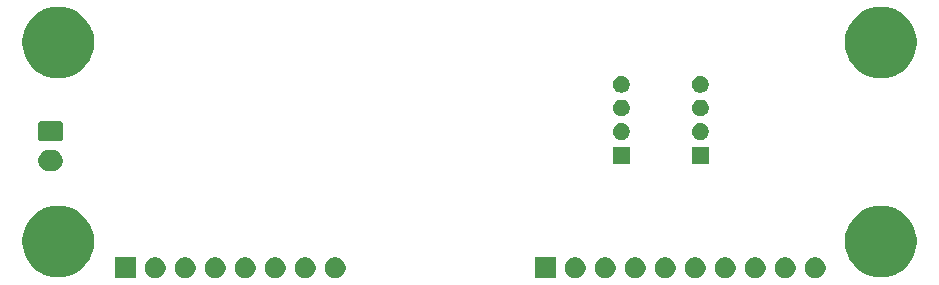
<source format=gbs>
%TF.GenerationSoftware,KiCad,Pcbnew,9.0.2*%
%TF.CreationDate,2025-07-06T18:25:15+02:00*%
%TF.ProjectId,Meshimi,4d657368-696d-4692-9e6b-696361645f70,v1.0*%
%TF.SameCoordinates,Original*%
%TF.FileFunction,Soldermask,Bot*%
%TF.FilePolarity,Negative*%
%FSLAX46Y46*%
G04 Gerber Fmt 4.6, Leading zero omitted, Abs format (unit mm)*
G04 Created by KiCad (PCBNEW 9.0.2) date 2025-07-06 18:25:15*
%MOMM*%
%LPD*%
G01*
G04 APERTURE LIST*
G04 APERTURE END LIST*
G36*
X112484542Y-111939893D02*
G01*
X112496870Y-111948130D01*
X112505107Y-111960458D01*
X112508000Y-111975000D01*
X112508000Y-113675000D01*
X112505107Y-113689542D01*
X112496870Y-113701870D01*
X112484542Y-113710107D01*
X112470000Y-113713000D01*
X110770000Y-113713000D01*
X110755458Y-113710107D01*
X110743130Y-113701870D01*
X110734893Y-113689542D01*
X110732000Y-113675000D01*
X110732000Y-111975000D01*
X110734893Y-111960458D01*
X110743130Y-111948130D01*
X110755458Y-111939893D01*
X110770000Y-111937000D01*
X112470000Y-111937000D01*
X112484542Y-111939893D01*
G37*
G36*
X148044542Y-111939893D02*
G01*
X148056870Y-111948130D01*
X148065107Y-111960458D01*
X148068000Y-111975000D01*
X148068000Y-113675000D01*
X148065107Y-113689542D01*
X148056870Y-113701870D01*
X148044542Y-113710107D01*
X148030000Y-113713000D01*
X146330000Y-113713000D01*
X146315458Y-113710107D01*
X146303130Y-113701870D01*
X146294893Y-113689542D01*
X146292000Y-113675000D01*
X146292000Y-111975000D01*
X146294893Y-111960458D01*
X146303130Y-111948130D01*
X146315458Y-111939893D01*
X146330000Y-111937000D01*
X148030000Y-111937000D01*
X148044542Y-111939893D01*
G37*
G36*
X114417773Y-111975237D02*
G01*
X114578600Y-112041854D01*
X114723341Y-112138567D01*
X114846433Y-112261659D01*
X114943146Y-112406400D01*
X115009763Y-112567227D01*
X115043724Y-112737961D01*
X115043724Y-112912039D01*
X115009763Y-113082773D01*
X114943146Y-113243600D01*
X114846433Y-113388341D01*
X114723341Y-113511433D01*
X114578600Y-113608146D01*
X114417773Y-113674763D01*
X114247039Y-113708724D01*
X114072961Y-113708724D01*
X113902227Y-113674763D01*
X113741400Y-113608146D01*
X113596659Y-113511433D01*
X113473567Y-113388341D01*
X113376854Y-113243600D01*
X113310237Y-113082773D01*
X113276276Y-112912039D01*
X113276276Y-112737961D01*
X113310237Y-112567227D01*
X113376854Y-112406400D01*
X113473567Y-112261659D01*
X113596659Y-112138567D01*
X113741400Y-112041854D01*
X113902227Y-111975237D01*
X114072961Y-111941276D01*
X114247039Y-111941276D01*
X114417773Y-111975237D01*
G37*
G36*
X116957773Y-111975237D02*
G01*
X117118600Y-112041854D01*
X117263341Y-112138567D01*
X117386433Y-112261659D01*
X117483146Y-112406400D01*
X117549763Y-112567227D01*
X117583724Y-112737961D01*
X117583724Y-112912039D01*
X117549763Y-113082773D01*
X117483146Y-113243600D01*
X117386433Y-113388341D01*
X117263341Y-113511433D01*
X117118600Y-113608146D01*
X116957773Y-113674763D01*
X116787039Y-113708724D01*
X116612961Y-113708724D01*
X116442227Y-113674763D01*
X116281400Y-113608146D01*
X116136659Y-113511433D01*
X116013567Y-113388341D01*
X115916854Y-113243600D01*
X115850237Y-113082773D01*
X115816276Y-112912039D01*
X115816276Y-112737961D01*
X115850237Y-112567227D01*
X115916854Y-112406400D01*
X116013567Y-112261659D01*
X116136659Y-112138567D01*
X116281400Y-112041854D01*
X116442227Y-111975237D01*
X116612961Y-111941276D01*
X116787039Y-111941276D01*
X116957773Y-111975237D01*
G37*
G36*
X119497773Y-111975237D02*
G01*
X119658600Y-112041854D01*
X119803341Y-112138567D01*
X119926433Y-112261659D01*
X120023146Y-112406400D01*
X120089763Y-112567227D01*
X120123724Y-112737961D01*
X120123724Y-112912039D01*
X120089763Y-113082773D01*
X120023146Y-113243600D01*
X119926433Y-113388341D01*
X119803341Y-113511433D01*
X119658600Y-113608146D01*
X119497773Y-113674763D01*
X119327039Y-113708724D01*
X119152961Y-113708724D01*
X118982227Y-113674763D01*
X118821400Y-113608146D01*
X118676659Y-113511433D01*
X118553567Y-113388341D01*
X118456854Y-113243600D01*
X118390237Y-113082773D01*
X118356276Y-112912039D01*
X118356276Y-112737961D01*
X118390237Y-112567227D01*
X118456854Y-112406400D01*
X118553567Y-112261659D01*
X118676659Y-112138567D01*
X118821400Y-112041854D01*
X118982227Y-111975237D01*
X119152961Y-111941276D01*
X119327039Y-111941276D01*
X119497773Y-111975237D01*
G37*
G36*
X122037773Y-111975237D02*
G01*
X122198600Y-112041854D01*
X122343341Y-112138567D01*
X122466433Y-112261659D01*
X122563146Y-112406400D01*
X122629763Y-112567227D01*
X122663724Y-112737961D01*
X122663724Y-112912039D01*
X122629763Y-113082773D01*
X122563146Y-113243600D01*
X122466433Y-113388341D01*
X122343341Y-113511433D01*
X122198600Y-113608146D01*
X122037773Y-113674763D01*
X121867039Y-113708724D01*
X121692961Y-113708724D01*
X121522227Y-113674763D01*
X121361400Y-113608146D01*
X121216659Y-113511433D01*
X121093567Y-113388341D01*
X120996854Y-113243600D01*
X120930237Y-113082773D01*
X120896276Y-112912039D01*
X120896276Y-112737961D01*
X120930237Y-112567227D01*
X120996854Y-112406400D01*
X121093567Y-112261659D01*
X121216659Y-112138567D01*
X121361400Y-112041854D01*
X121522227Y-111975237D01*
X121692961Y-111941276D01*
X121867039Y-111941276D01*
X122037773Y-111975237D01*
G37*
G36*
X124577773Y-111975237D02*
G01*
X124738600Y-112041854D01*
X124883341Y-112138567D01*
X125006433Y-112261659D01*
X125103146Y-112406400D01*
X125169763Y-112567227D01*
X125203724Y-112737961D01*
X125203724Y-112912039D01*
X125169763Y-113082773D01*
X125103146Y-113243600D01*
X125006433Y-113388341D01*
X124883341Y-113511433D01*
X124738600Y-113608146D01*
X124577773Y-113674763D01*
X124407039Y-113708724D01*
X124232961Y-113708724D01*
X124062227Y-113674763D01*
X123901400Y-113608146D01*
X123756659Y-113511433D01*
X123633567Y-113388341D01*
X123536854Y-113243600D01*
X123470237Y-113082773D01*
X123436276Y-112912039D01*
X123436276Y-112737961D01*
X123470237Y-112567227D01*
X123536854Y-112406400D01*
X123633567Y-112261659D01*
X123756659Y-112138567D01*
X123901400Y-112041854D01*
X124062227Y-111975237D01*
X124232961Y-111941276D01*
X124407039Y-111941276D01*
X124577773Y-111975237D01*
G37*
G36*
X127117773Y-111975237D02*
G01*
X127278600Y-112041854D01*
X127423341Y-112138567D01*
X127546433Y-112261659D01*
X127643146Y-112406400D01*
X127709763Y-112567227D01*
X127743724Y-112737961D01*
X127743724Y-112912039D01*
X127709763Y-113082773D01*
X127643146Y-113243600D01*
X127546433Y-113388341D01*
X127423341Y-113511433D01*
X127278600Y-113608146D01*
X127117773Y-113674763D01*
X126947039Y-113708724D01*
X126772961Y-113708724D01*
X126602227Y-113674763D01*
X126441400Y-113608146D01*
X126296659Y-113511433D01*
X126173567Y-113388341D01*
X126076854Y-113243600D01*
X126010237Y-113082773D01*
X125976276Y-112912039D01*
X125976276Y-112737961D01*
X126010237Y-112567227D01*
X126076854Y-112406400D01*
X126173567Y-112261659D01*
X126296659Y-112138567D01*
X126441400Y-112041854D01*
X126602227Y-111975237D01*
X126772961Y-111941276D01*
X126947039Y-111941276D01*
X127117773Y-111975237D01*
G37*
G36*
X129657773Y-111975237D02*
G01*
X129818600Y-112041854D01*
X129963341Y-112138567D01*
X130086433Y-112261659D01*
X130183146Y-112406400D01*
X130249763Y-112567227D01*
X130283724Y-112737961D01*
X130283724Y-112912039D01*
X130249763Y-113082773D01*
X130183146Y-113243600D01*
X130086433Y-113388341D01*
X129963341Y-113511433D01*
X129818600Y-113608146D01*
X129657773Y-113674763D01*
X129487039Y-113708724D01*
X129312961Y-113708724D01*
X129142227Y-113674763D01*
X128981400Y-113608146D01*
X128836659Y-113511433D01*
X128713567Y-113388341D01*
X128616854Y-113243600D01*
X128550237Y-113082773D01*
X128516276Y-112912039D01*
X128516276Y-112737961D01*
X128550237Y-112567227D01*
X128616854Y-112406400D01*
X128713567Y-112261659D01*
X128836659Y-112138567D01*
X128981400Y-112041854D01*
X129142227Y-111975237D01*
X129312961Y-111941276D01*
X129487039Y-111941276D01*
X129657773Y-111975237D01*
G37*
G36*
X149977773Y-111975237D02*
G01*
X150138600Y-112041854D01*
X150283341Y-112138567D01*
X150406433Y-112261659D01*
X150503146Y-112406400D01*
X150569763Y-112567227D01*
X150603724Y-112737961D01*
X150603724Y-112912039D01*
X150569763Y-113082773D01*
X150503146Y-113243600D01*
X150406433Y-113388341D01*
X150283341Y-113511433D01*
X150138600Y-113608146D01*
X149977773Y-113674763D01*
X149807039Y-113708724D01*
X149632961Y-113708724D01*
X149462227Y-113674763D01*
X149301400Y-113608146D01*
X149156659Y-113511433D01*
X149033567Y-113388341D01*
X148936854Y-113243600D01*
X148870237Y-113082773D01*
X148836276Y-112912039D01*
X148836276Y-112737961D01*
X148870237Y-112567227D01*
X148936854Y-112406400D01*
X149033567Y-112261659D01*
X149156659Y-112138567D01*
X149301400Y-112041854D01*
X149462227Y-111975237D01*
X149632961Y-111941276D01*
X149807039Y-111941276D01*
X149977773Y-111975237D01*
G37*
G36*
X152517773Y-111975237D02*
G01*
X152678600Y-112041854D01*
X152823341Y-112138567D01*
X152946433Y-112261659D01*
X153043146Y-112406400D01*
X153109763Y-112567227D01*
X153143724Y-112737961D01*
X153143724Y-112912039D01*
X153109763Y-113082773D01*
X153043146Y-113243600D01*
X152946433Y-113388341D01*
X152823341Y-113511433D01*
X152678600Y-113608146D01*
X152517773Y-113674763D01*
X152347039Y-113708724D01*
X152172961Y-113708724D01*
X152002227Y-113674763D01*
X151841400Y-113608146D01*
X151696659Y-113511433D01*
X151573567Y-113388341D01*
X151476854Y-113243600D01*
X151410237Y-113082773D01*
X151376276Y-112912039D01*
X151376276Y-112737961D01*
X151410237Y-112567227D01*
X151476854Y-112406400D01*
X151573567Y-112261659D01*
X151696659Y-112138567D01*
X151841400Y-112041854D01*
X152002227Y-111975237D01*
X152172961Y-111941276D01*
X152347039Y-111941276D01*
X152517773Y-111975237D01*
G37*
G36*
X155057773Y-111975237D02*
G01*
X155218600Y-112041854D01*
X155363341Y-112138567D01*
X155486433Y-112261659D01*
X155583146Y-112406400D01*
X155649763Y-112567227D01*
X155683724Y-112737961D01*
X155683724Y-112912039D01*
X155649763Y-113082773D01*
X155583146Y-113243600D01*
X155486433Y-113388341D01*
X155363341Y-113511433D01*
X155218600Y-113608146D01*
X155057773Y-113674763D01*
X154887039Y-113708724D01*
X154712961Y-113708724D01*
X154542227Y-113674763D01*
X154381400Y-113608146D01*
X154236659Y-113511433D01*
X154113567Y-113388341D01*
X154016854Y-113243600D01*
X153950237Y-113082773D01*
X153916276Y-112912039D01*
X153916276Y-112737961D01*
X153950237Y-112567227D01*
X154016854Y-112406400D01*
X154113567Y-112261659D01*
X154236659Y-112138567D01*
X154381400Y-112041854D01*
X154542227Y-111975237D01*
X154712961Y-111941276D01*
X154887039Y-111941276D01*
X155057773Y-111975237D01*
G37*
G36*
X157597773Y-111975237D02*
G01*
X157758600Y-112041854D01*
X157903341Y-112138567D01*
X158026433Y-112261659D01*
X158123146Y-112406400D01*
X158189763Y-112567227D01*
X158223724Y-112737961D01*
X158223724Y-112912039D01*
X158189763Y-113082773D01*
X158123146Y-113243600D01*
X158026433Y-113388341D01*
X157903341Y-113511433D01*
X157758600Y-113608146D01*
X157597773Y-113674763D01*
X157427039Y-113708724D01*
X157252961Y-113708724D01*
X157082227Y-113674763D01*
X156921400Y-113608146D01*
X156776659Y-113511433D01*
X156653567Y-113388341D01*
X156556854Y-113243600D01*
X156490237Y-113082773D01*
X156456276Y-112912039D01*
X156456276Y-112737961D01*
X156490237Y-112567227D01*
X156556854Y-112406400D01*
X156653567Y-112261659D01*
X156776659Y-112138567D01*
X156921400Y-112041854D01*
X157082227Y-111975237D01*
X157252961Y-111941276D01*
X157427039Y-111941276D01*
X157597773Y-111975237D01*
G37*
G36*
X160137773Y-111975237D02*
G01*
X160298600Y-112041854D01*
X160443341Y-112138567D01*
X160566433Y-112261659D01*
X160663146Y-112406400D01*
X160729763Y-112567227D01*
X160763724Y-112737961D01*
X160763724Y-112912039D01*
X160729763Y-113082773D01*
X160663146Y-113243600D01*
X160566433Y-113388341D01*
X160443341Y-113511433D01*
X160298600Y-113608146D01*
X160137773Y-113674763D01*
X159967039Y-113708724D01*
X159792961Y-113708724D01*
X159622227Y-113674763D01*
X159461400Y-113608146D01*
X159316659Y-113511433D01*
X159193567Y-113388341D01*
X159096854Y-113243600D01*
X159030237Y-113082773D01*
X158996276Y-112912039D01*
X158996276Y-112737961D01*
X159030237Y-112567227D01*
X159096854Y-112406400D01*
X159193567Y-112261659D01*
X159316659Y-112138567D01*
X159461400Y-112041854D01*
X159622227Y-111975237D01*
X159792961Y-111941276D01*
X159967039Y-111941276D01*
X160137773Y-111975237D01*
G37*
G36*
X162677773Y-111975237D02*
G01*
X162838600Y-112041854D01*
X162983341Y-112138567D01*
X163106433Y-112261659D01*
X163203146Y-112406400D01*
X163269763Y-112567227D01*
X163303724Y-112737961D01*
X163303724Y-112912039D01*
X163269763Y-113082773D01*
X163203146Y-113243600D01*
X163106433Y-113388341D01*
X162983341Y-113511433D01*
X162838600Y-113608146D01*
X162677773Y-113674763D01*
X162507039Y-113708724D01*
X162332961Y-113708724D01*
X162162227Y-113674763D01*
X162001400Y-113608146D01*
X161856659Y-113511433D01*
X161733567Y-113388341D01*
X161636854Y-113243600D01*
X161570237Y-113082773D01*
X161536276Y-112912039D01*
X161536276Y-112737961D01*
X161570237Y-112567227D01*
X161636854Y-112406400D01*
X161733567Y-112261659D01*
X161856659Y-112138567D01*
X162001400Y-112041854D01*
X162162227Y-111975237D01*
X162332961Y-111941276D01*
X162507039Y-111941276D01*
X162677773Y-111975237D01*
G37*
G36*
X165217773Y-111975237D02*
G01*
X165378600Y-112041854D01*
X165523341Y-112138567D01*
X165646433Y-112261659D01*
X165743146Y-112406400D01*
X165809763Y-112567227D01*
X165843724Y-112737961D01*
X165843724Y-112912039D01*
X165809763Y-113082773D01*
X165743146Y-113243600D01*
X165646433Y-113388341D01*
X165523341Y-113511433D01*
X165378600Y-113608146D01*
X165217773Y-113674763D01*
X165047039Y-113708724D01*
X164872961Y-113708724D01*
X164702227Y-113674763D01*
X164541400Y-113608146D01*
X164396659Y-113511433D01*
X164273567Y-113388341D01*
X164176854Y-113243600D01*
X164110237Y-113082773D01*
X164076276Y-112912039D01*
X164076276Y-112737961D01*
X164110237Y-112567227D01*
X164176854Y-112406400D01*
X164273567Y-112261659D01*
X164396659Y-112138567D01*
X164541400Y-112041854D01*
X164702227Y-111975237D01*
X164872961Y-111941276D01*
X165047039Y-111941276D01*
X165217773Y-111975237D01*
G37*
G36*
X167757773Y-111975237D02*
G01*
X167918600Y-112041854D01*
X168063341Y-112138567D01*
X168186433Y-112261659D01*
X168283146Y-112406400D01*
X168349763Y-112567227D01*
X168383724Y-112737961D01*
X168383724Y-112912039D01*
X168349763Y-113082773D01*
X168283146Y-113243600D01*
X168186433Y-113388341D01*
X168063341Y-113511433D01*
X167918600Y-113608146D01*
X167757773Y-113674763D01*
X167587039Y-113708724D01*
X167412961Y-113708724D01*
X167242227Y-113674763D01*
X167081400Y-113608146D01*
X166936659Y-113511433D01*
X166813567Y-113388341D01*
X166716854Y-113243600D01*
X166650237Y-113082773D01*
X166616276Y-112912039D01*
X166616276Y-112737961D01*
X166650237Y-112567227D01*
X166716854Y-112406400D01*
X166813567Y-112261659D01*
X166936659Y-112138567D01*
X167081400Y-112041854D01*
X167242227Y-111975237D01*
X167412961Y-111941276D01*
X167587039Y-111941276D01*
X167757773Y-111975237D01*
G37*
G36*
X170297773Y-111975237D02*
G01*
X170458600Y-112041854D01*
X170603341Y-112138567D01*
X170726433Y-112261659D01*
X170823146Y-112406400D01*
X170889763Y-112567227D01*
X170923724Y-112737961D01*
X170923724Y-112912039D01*
X170889763Y-113082773D01*
X170823146Y-113243600D01*
X170726433Y-113388341D01*
X170603341Y-113511433D01*
X170458600Y-113608146D01*
X170297773Y-113674763D01*
X170127039Y-113708724D01*
X169952961Y-113708724D01*
X169782227Y-113674763D01*
X169621400Y-113608146D01*
X169476659Y-113511433D01*
X169353567Y-113388341D01*
X169256854Y-113243600D01*
X169190237Y-113082773D01*
X169156276Y-112912039D01*
X169156276Y-112737961D01*
X169190237Y-112567227D01*
X169256854Y-112406400D01*
X169353567Y-112261659D01*
X169476659Y-112138567D01*
X169621400Y-112041854D01*
X169782227Y-111975237D01*
X169952961Y-111941276D01*
X170127039Y-111941276D01*
X170297773Y-111975237D01*
G37*
G36*
X106458884Y-107604924D02*
G01*
X106791026Y-107680733D01*
X107112592Y-107793254D01*
X107419538Y-107941071D01*
X107708003Y-108122326D01*
X107974361Y-108334739D01*
X108215261Y-108575639D01*
X108427674Y-108841997D01*
X108608929Y-109130462D01*
X108756746Y-109437408D01*
X108869267Y-109758974D01*
X108945076Y-110091116D01*
X108983221Y-110429658D01*
X108983221Y-110770342D01*
X108945076Y-111108884D01*
X108869267Y-111441026D01*
X108756746Y-111762592D01*
X108608929Y-112069538D01*
X108427674Y-112358003D01*
X108215261Y-112624361D01*
X107974361Y-112865261D01*
X107708003Y-113077674D01*
X107419538Y-113258929D01*
X107112592Y-113406746D01*
X106791026Y-113519267D01*
X106458884Y-113595076D01*
X106120342Y-113633221D01*
X105779658Y-113633221D01*
X105441116Y-113595076D01*
X105108974Y-113519267D01*
X104787408Y-113406746D01*
X104480462Y-113258929D01*
X104191997Y-113077674D01*
X103925639Y-112865261D01*
X103684739Y-112624361D01*
X103472326Y-112358003D01*
X103291071Y-112069538D01*
X103143254Y-111762592D01*
X103030733Y-111441026D01*
X102954924Y-111108884D01*
X102916779Y-110770342D01*
X102916779Y-110429658D01*
X102954924Y-110091116D01*
X103030733Y-109758974D01*
X103143254Y-109437408D01*
X103291071Y-109130462D01*
X103472326Y-108841997D01*
X103684739Y-108575639D01*
X103925639Y-108334739D01*
X104191997Y-108122326D01*
X104480462Y-107941071D01*
X104787408Y-107793254D01*
X105108974Y-107680733D01*
X105441116Y-107604924D01*
X105779658Y-107566779D01*
X106120342Y-107566779D01*
X106458884Y-107604924D01*
G37*
G36*
X176108884Y-107604924D02*
G01*
X176441026Y-107680733D01*
X176762592Y-107793254D01*
X177069538Y-107941071D01*
X177358003Y-108122326D01*
X177624361Y-108334739D01*
X177865261Y-108575639D01*
X178077674Y-108841997D01*
X178258929Y-109130462D01*
X178406746Y-109437408D01*
X178519267Y-109758974D01*
X178595076Y-110091116D01*
X178633221Y-110429658D01*
X178633221Y-110770342D01*
X178595076Y-111108884D01*
X178519267Y-111441026D01*
X178406746Y-111762592D01*
X178258929Y-112069538D01*
X178077674Y-112358003D01*
X177865261Y-112624361D01*
X177624361Y-112865261D01*
X177358003Y-113077674D01*
X177069538Y-113258929D01*
X176762592Y-113406746D01*
X176441026Y-113519267D01*
X176108884Y-113595076D01*
X175770342Y-113633221D01*
X175429658Y-113633221D01*
X175091116Y-113595076D01*
X174758974Y-113519267D01*
X174437408Y-113406746D01*
X174130462Y-113258929D01*
X173841997Y-113077674D01*
X173575639Y-112865261D01*
X173334739Y-112624361D01*
X173122326Y-112358003D01*
X172941071Y-112069538D01*
X172793254Y-111762592D01*
X172680733Y-111441026D01*
X172604924Y-111108884D01*
X172566779Y-110770342D01*
X172566779Y-110429658D01*
X172604924Y-110091116D01*
X172680733Y-109758974D01*
X172793254Y-109437408D01*
X172941071Y-109130462D01*
X173122326Y-108841997D01*
X173334739Y-108575639D01*
X173575639Y-108334739D01*
X173841997Y-108122326D01*
X174130462Y-107941071D01*
X174437408Y-107793254D01*
X174758974Y-107680733D01*
X175091116Y-107604924D01*
X175429658Y-107566779D01*
X175770342Y-107566779D01*
X176108884Y-107604924D01*
G37*
G36*
X105537039Y-102866276D02*
G01*
X105707773Y-102900237D01*
X105868600Y-102966854D01*
X106013341Y-103063567D01*
X106136433Y-103186659D01*
X106233146Y-103331400D01*
X106299763Y-103492227D01*
X106333724Y-103662961D01*
X106333724Y-103837039D01*
X106299763Y-104007773D01*
X106233146Y-104168600D01*
X106136433Y-104313341D01*
X106013341Y-104436433D01*
X105868600Y-104533146D01*
X105707773Y-104599763D01*
X105537039Y-104633724D01*
X105450000Y-104638000D01*
X105448460Y-104638000D01*
X105151540Y-104638000D01*
X105150000Y-104638000D01*
X105062961Y-104633724D01*
X104892227Y-104599763D01*
X104731400Y-104533146D01*
X104586659Y-104436433D01*
X104463567Y-104313341D01*
X104366854Y-104168600D01*
X104300237Y-104007773D01*
X104266276Y-103837039D01*
X104266276Y-103662961D01*
X104300237Y-103492227D01*
X104366854Y-103331400D01*
X104463567Y-103186659D01*
X104586659Y-103063567D01*
X104731400Y-102966854D01*
X104892227Y-102900237D01*
X105062961Y-102866276D01*
X105150000Y-102862000D01*
X105450000Y-102862000D01*
X105537039Y-102866276D01*
G37*
G36*
X154319542Y-102582893D02*
G01*
X154331870Y-102591130D01*
X154340107Y-102603458D01*
X154343000Y-102618000D01*
X154343000Y-103968000D01*
X154340107Y-103982542D01*
X154331870Y-103994870D01*
X154319542Y-104003107D01*
X154305000Y-104006000D01*
X152955000Y-104006000D01*
X152940458Y-104003107D01*
X152928130Y-103994870D01*
X152919893Y-103982542D01*
X152917000Y-103968000D01*
X152917000Y-102618000D01*
X152919893Y-102603458D01*
X152928130Y-102591130D01*
X152940458Y-102582893D01*
X152955000Y-102580000D01*
X154305000Y-102580000D01*
X154319542Y-102582893D01*
G37*
G36*
X161006542Y-102582893D02*
G01*
X161018870Y-102591130D01*
X161027107Y-102603458D01*
X161030000Y-102618000D01*
X161030000Y-103968000D01*
X161027107Y-103982542D01*
X161018870Y-103994870D01*
X161006542Y-104003107D01*
X160992000Y-104006000D01*
X159642000Y-104006000D01*
X159627458Y-104003107D01*
X159615130Y-103994870D01*
X159606893Y-103982542D01*
X159604000Y-103968000D01*
X159604000Y-102618000D01*
X159606893Y-102603458D01*
X159615130Y-102591130D01*
X159627458Y-102582893D01*
X159642000Y-102580000D01*
X160992000Y-102580000D01*
X161006542Y-102582893D01*
G37*
G36*
X106115938Y-100369650D02*
G01*
X106124782Y-100373555D01*
X106131336Y-100374510D01*
X106172310Y-100394541D01*
X106212759Y-100412401D01*
X106216503Y-100416145D01*
X106216848Y-100416314D01*
X106283685Y-100483151D01*
X106283853Y-100483495D01*
X106287599Y-100487241D01*
X106305463Y-100527700D01*
X106325489Y-100568663D01*
X106326443Y-100575214D01*
X106330350Y-100584062D01*
X106338000Y-100650000D01*
X106338000Y-101850000D01*
X106330350Y-101915938D01*
X106326443Y-101924785D01*
X106325489Y-101931336D01*
X106305468Y-101972289D01*
X106287599Y-102012759D01*
X106283852Y-102016505D01*
X106283685Y-102016848D01*
X106216848Y-102083685D01*
X106216505Y-102083852D01*
X106212759Y-102087599D01*
X106172289Y-102105468D01*
X106131336Y-102125489D01*
X106124785Y-102126443D01*
X106115938Y-102130350D01*
X106050000Y-102138000D01*
X104550000Y-102138000D01*
X104484062Y-102130350D01*
X104475214Y-102126443D01*
X104468663Y-102125489D01*
X104427700Y-102105463D01*
X104387241Y-102087599D01*
X104383495Y-102083853D01*
X104383151Y-102083685D01*
X104316314Y-102016848D01*
X104316145Y-102016503D01*
X104312401Y-102012759D01*
X104294541Y-101972310D01*
X104274510Y-101931336D01*
X104273555Y-101924782D01*
X104269650Y-101915938D01*
X104262000Y-101850000D01*
X104262000Y-100650000D01*
X104269650Y-100584062D01*
X104273554Y-100575218D01*
X104274510Y-100568663D01*
X104294545Y-100527678D01*
X104312401Y-100487241D01*
X104316144Y-100483497D01*
X104316314Y-100483151D01*
X104383151Y-100416314D01*
X104383497Y-100416144D01*
X104387241Y-100412401D01*
X104427678Y-100394545D01*
X104468663Y-100374510D01*
X104475218Y-100373554D01*
X104484062Y-100369650D01*
X104550000Y-100362000D01*
X106050000Y-100362000D01*
X106115938Y-100369650D01*
G37*
G36*
X153836973Y-100610702D02*
G01*
X153966106Y-100664190D01*
X154082322Y-100741844D01*
X154181156Y-100840678D01*
X154258810Y-100956894D01*
X154312298Y-101086027D01*
X154339567Y-101223114D01*
X154339567Y-101362886D01*
X154312298Y-101499973D01*
X154258810Y-101629106D01*
X154181156Y-101745322D01*
X154082322Y-101844156D01*
X153966106Y-101921810D01*
X153836973Y-101975298D01*
X153699886Y-102002567D01*
X153560114Y-102002567D01*
X153423027Y-101975298D01*
X153293894Y-101921810D01*
X153177678Y-101844156D01*
X153078844Y-101745322D01*
X153001190Y-101629106D01*
X152947702Y-101499973D01*
X152920433Y-101362886D01*
X152920433Y-101223114D01*
X152947702Y-101086027D01*
X153001190Y-100956894D01*
X153078844Y-100840678D01*
X153177678Y-100741844D01*
X153293894Y-100664190D01*
X153423027Y-100610702D01*
X153560114Y-100583433D01*
X153699886Y-100583433D01*
X153836973Y-100610702D01*
G37*
G36*
X160523973Y-100610702D02*
G01*
X160653106Y-100664190D01*
X160769322Y-100741844D01*
X160868156Y-100840678D01*
X160945810Y-100956894D01*
X160999298Y-101086027D01*
X161026567Y-101223114D01*
X161026567Y-101362886D01*
X160999298Y-101499973D01*
X160945810Y-101629106D01*
X160868156Y-101745322D01*
X160769322Y-101844156D01*
X160653106Y-101921810D01*
X160523973Y-101975298D01*
X160386886Y-102002567D01*
X160247114Y-102002567D01*
X160110027Y-101975298D01*
X159980894Y-101921810D01*
X159864678Y-101844156D01*
X159765844Y-101745322D01*
X159688190Y-101629106D01*
X159634702Y-101499973D01*
X159607433Y-101362886D01*
X159607433Y-101223114D01*
X159634702Y-101086027D01*
X159688190Y-100956894D01*
X159765844Y-100840678D01*
X159864678Y-100741844D01*
X159980894Y-100664190D01*
X160110027Y-100610702D01*
X160247114Y-100583433D01*
X160386886Y-100583433D01*
X160523973Y-100610702D01*
G37*
G36*
X153836973Y-98610702D02*
G01*
X153966106Y-98664190D01*
X154082322Y-98741844D01*
X154181156Y-98840678D01*
X154258810Y-98956894D01*
X154312298Y-99086027D01*
X154339567Y-99223114D01*
X154339567Y-99362886D01*
X154312298Y-99499973D01*
X154258810Y-99629106D01*
X154181156Y-99745322D01*
X154082322Y-99844156D01*
X153966106Y-99921810D01*
X153836973Y-99975298D01*
X153699886Y-100002567D01*
X153560114Y-100002567D01*
X153423027Y-99975298D01*
X153293894Y-99921810D01*
X153177678Y-99844156D01*
X153078844Y-99745322D01*
X153001190Y-99629106D01*
X152947702Y-99499973D01*
X152920433Y-99362886D01*
X152920433Y-99223114D01*
X152947702Y-99086027D01*
X153001190Y-98956894D01*
X153078844Y-98840678D01*
X153177678Y-98741844D01*
X153293894Y-98664190D01*
X153423027Y-98610702D01*
X153560114Y-98583433D01*
X153699886Y-98583433D01*
X153836973Y-98610702D01*
G37*
G36*
X160523973Y-98610702D02*
G01*
X160653106Y-98664190D01*
X160769322Y-98741844D01*
X160868156Y-98840678D01*
X160945810Y-98956894D01*
X160999298Y-99086027D01*
X161026567Y-99223114D01*
X161026567Y-99362886D01*
X160999298Y-99499973D01*
X160945810Y-99629106D01*
X160868156Y-99745322D01*
X160769322Y-99844156D01*
X160653106Y-99921810D01*
X160523973Y-99975298D01*
X160386886Y-100002567D01*
X160247114Y-100002567D01*
X160110027Y-99975298D01*
X159980894Y-99921810D01*
X159864678Y-99844156D01*
X159765844Y-99745322D01*
X159688190Y-99629106D01*
X159634702Y-99499973D01*
X159607433Y-99362886D01*
X159607433Y-99223114D01*
X159634702Y-99086027D01*
X159688190Y-98956894D01*
X159765844Y-98840678D01*
X159864678Y-98741844D01*
X159980894Y-98664190D01*
X160110027Y-98610702D01*
X160247114Y-98583433D01*
X160386886Y-98583433D01*
X160523973Y-98610702D01*
G37*
G36*
X153836973Y-96610702D02*
G01*
X153966106Y-96664190D01*
X154082322Y-96741844D01*
X154181156Y-96840678D01*
X154258810Y-96956894D01*
X154312298Y-97086027D01*
X154339567Y-97223114D01*
X154339567Y-97362886D01*
X154312298Y-97499973D01*
X154258810Y-97629106D01*
X154181156Y-97745322D01*
X154082322Y-97844156D01*
X153966106Y-97921810D01*
X153836973Y-97975298D01*
X153699886Y-98002567D01*
X153560114Y-98002567D01*
X153423027Y-97975298D01*
X153293894Y-97921810D01*
X153177678Y-97844156D01*
X153078844Y-97745322D01*
X153001190Y-97629106D01*
X152947702Y-97499973D01*
X152920433Y-97362886D01*
X152920433Y-97223114D01*
X152947702Y-97086027D01*
X153001190Y-96956894D01*
X153078844Y-96840678D01*
X153177678Y-96741844D01*
X153293894Y-96664190D01*
X153423027Y-96610702D01*
X153560114Y-96583433D01*
X153699886Y-96583433D01*
X153836973Y-96610702D01*
G37*
G36*
X160523973Y-96610702D02*
G01*
X160653106Y-96664190D01*
X160769322Y-96741844D01*
X160868156Y-96840678D01*
X160945810Y-96956894D01*
X160999298Y-97086027D01*
X161026567Y-97223114D01*
X161026567Y-97362886D01*
X160999298Y-97499973D01*
X160945810Y-97629106D01*
X160868156Y-97745322D01*
X160769322Y-97844156D01*
X160653106Y-97921810D01*
X160523973Y-97975298D01*
X160386886Y-98002567D01*
X160247114Y-98002567D01*
X160110027Y-97975298D01*
X159980894Y-97921810D01*
X159864678Y-97844156D01*
X159765844Y-97745322D01*
X159688190Y-97629106D01*
X159634702Y-97499973D01*
X159607433Y-97362886D01*
X159607433Y-97223114D01*
X159634702Y-97086027D01*
X159688190Y-96956894D01*
X159765844Y-96840678D01*
X159864678Y-96741844D01*
X159980894Y-96664190D01*
X160110027Y-96610702D01*
X160247114Y-96583433D01*
X160386886Y-96583433D01*
X160523973Y-96610702D01*
G37*
G36*
X106458884Y-90754924D02*
G01*
X106791026Y-90830733D01*
X107112592Y-90943254D01*
X107419538Y-91091071D01*
X107708003Y-91272326D01*
X107974361Y-91484739D01*
X108215261Y-91725639D01*
X108427674Y-91991997D01*
X108608929Y-92280462D01*
X108756746Y-92587408D01*
X108869267Y-92908974D01*
X108945076Y-93241116D01*
X108983221Y-93579658D01*
X108983221Y-93920342D01*
X108945076Y-94258884D01*
X108869267Y-94591026D01*
X108756746Y-94912592D01*
X108608929Y-95219538D01*
X108427674Y-95508003D01*
X108215261Y-95774361D01*
X107974361Y-96015261D01*
X107708003Y-96227674D01*
X107419538Y-96408929D01*
X107112592Y-96556746D01*
X106791026Y-96669267D01*
X106458884Y-96745076D01*
X106120342Y-96783221D01*
X105779658Y-96783221D01*
X105441116Y-96745076D01*
X105108974Y-96669267D01*
X104787408Y-96556746D01*
X104480462Y-96408929D01*
X104191997Y-96227674D01*
X103925639Y-96015261D01*
X103684739Y-95774361D01*
X103472326Y-95508003D01*
X103291071Y-95219538D01*
X103143254Y-94912592D01*
X103030733Y-94591026D01*
X102954924Y-94258884D01*
X102916779Y-93920342D01*
X102916779Y-93579658D01*
X102954924Y-93241116D01*
X103030733Y-92908974D01*
X103143254Y-92587408D01*
X103291071Y-92280462D01*
X103472326Y-91991997D01*
X103684739Y-91725639D01*
X103925639Y-91484739D01*
X104191997Y-91272326D01*
X104480462Y-91091071D01*
X104787408Y-90943254D01*
X105108974Y-90830733D01*
X105441116Y-90754924D01*
X105779658Y-90716779D01*
X106120342Y-90716779D01*
X106458884Y-90754924D01*
G37*
G36*
X176108884Y-90754924D02*
G01*
X176441026Y-90830733D01*
X176762592Y-90943254D01*
X177069538Y-91091071D01*
X177358003Y-91272326D01*
X177624361Y-91484739D01*
X177865261Y-91725639D01*
X178077674Y-91991997D01*
X178258929Y-92280462D01*
X178406746Y-92587408D01*
X178519267Y-92908974D01*
X178595076Y-93241116D01*
X178633221Y-93579658D01*
X178633221Y-93920342D01*
X178595076Y-94258884D01*
X178519267Y-94591026D01*
X178406746Y-94912592D01*
X178258929Y-95219538D01*
X178077674Y-95508003D01*
X177865261Y-95774361D01*
X177624361Y-96015261D01*
X177358003Y-96227674D01*
X177069538Y-96408929D01*
X176762592Y-96556746D01*
X176441026Y-96669267D01*
X176108884Y-96745076D01*
X175770342Y-96783221D01*
X175429658Y-96783221D01*
X175091116Y-96745076D01*
X174758974Y-96669267D01*
X174437408Y-96556746D01*
X174130462Y-96408929D01*
X173841997Y-96227674D01*
X173575639Y-96015261D01*
X173334739Y-95774361D01*
X173122326Y-95508003D01*
X172941071Y-95219538D01*
X172793254Y-94912592D01*
X172680733Y-94591026D01*
X172604924Y-94258884D01*
X172566779Y-93920342D01*
X172566779Y-93579658D01*
X172604924Y-93241116D01*
X172680733Y-92908974D01*
X172793254Y-92587408D01*
X172941071Y-92280462D01*
X173122326Y-91991997D01*
X173334739Y-91725639D01*
X173575639Y-91484739D01*
X173841997Y-91272326D01*
X174130462Y-91091071D01*
X174437408Y-90943254D01*
X174758974Y-90830733D01*
X175091116Y-90754924D01*
X175429658Y-90716779D01*
X175770342Y-90716779D01*
X176108884Y-90754924D01*
G37*
M02*

</source>
